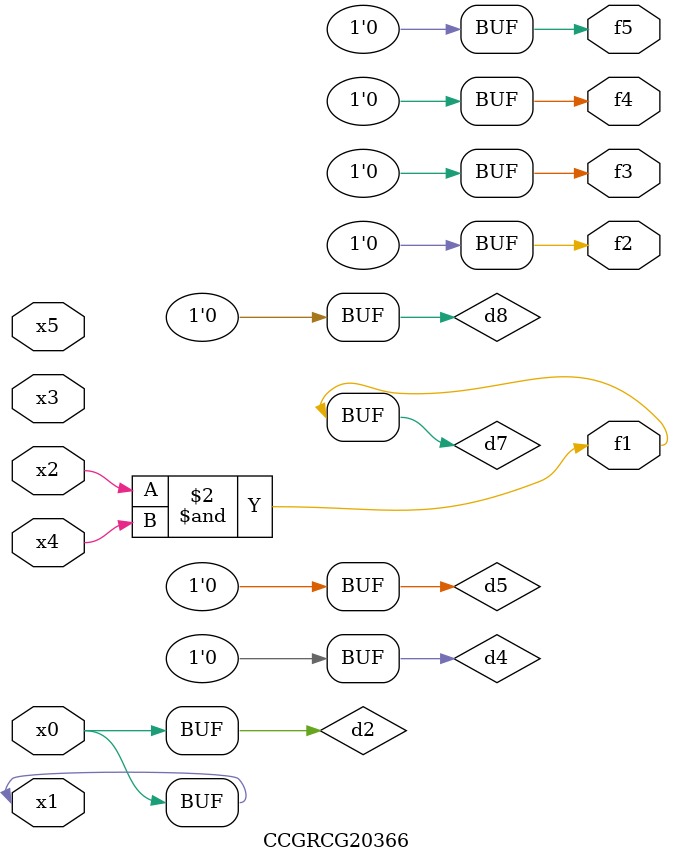
<source format=v>
module CCGRCG20366(
	input x0, x1, x2, x3, x4, x5,
	output f1, f2, f3, f4, f5
);

	wire d1, d2, d3, d4, d5, d6, d7, d8, d9;

	nand (d1, x1);
	buf (d2, x0, x1);
	nand (d3, x2, x4);
	and (d4, d1, d2);
	and (d5, d1, d2);
	nand (d6, d1, d3);
	not (d7, d3);
	xor (d8, d5);
	nor (d9, d5, d6);
	assign f1 = d7;
	assign f2 = d8;
	assign f3 = d8;
	assign f4 = d8;
	assign f5 = d8;
endmodule

</source>
